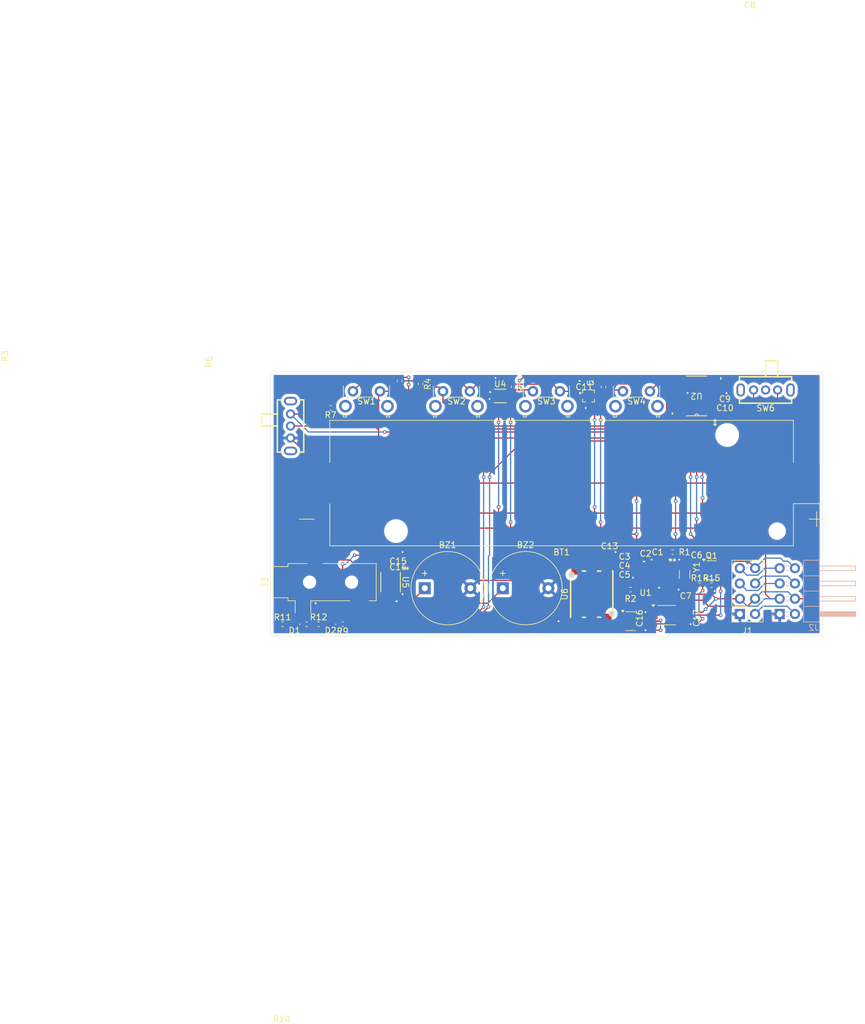
<source format=kicad_pcb>
(kicad_pcb (version 20240108) (generator "pcbnew") (generator_version "8.0")
  (layers (0 "F.Cu" signal) (31 "B.Cu" signal) (34 "B.Paste" user) (35 "F.Paste" user) (36 "B.SilkS" user "B.Silkscreen") (37 "F.SilkS" user "F.Silkscreen") (38 "B.Mask" user) (39 "F.Mask" user) (44 "Edge.Cuts" user))
  (net 0 "")
  (net 1 "+3V3")
  (net 2 "Net-(U1-BOOTN)")
  (net 3 "Net-(U1-CAP)")
  (net 4 "Net-(U1-XIN32)")
  (net 5 "GND")
  (net 6 "Net-(D1-K)")
  (net 7 "Net-(D1-A)")
  (net 8 "Net-(D2-A)")
  (net 9 "Net-(D2-K)")
  (net 10 "Net-(U1-S_SCL)")
  (net 11 "Net-(U2-P3)")
  (net 12 "Net-(U2-P4)")
  (net 13 "Net-(U2-P5)")
  (net 15 "Net-(Q1-E)")
  (net 16 "/Motion Sensor/INT")
  (net 20 "/Motion Sensor/RST")
  (net 27 "/DigitalMuxer/P2")
  (net 28 "/Temperature and Humidity/INT")
  (net 30 "SCL")
  (net 31 "SDA")
  (net 32 "Net-(J1-Pin_6)")
  (net 33 "UART_TX")
  (net 34 "UART_RX")
  (net 35 "Net-(J1-Pin_5)")
  (net 36 "Net-(U1-XOUT32{slash}CLKSEL1)")
  (net 37 "Net-(U6-VOUT+)")
  (net 38 "Net-(U6-VOUT-)")
  (net 39 "/Light Sensor/INT")
  (net 40 "Net-(BZ1-+)")
  (net 41 "Net-(BZ2-+)")
  (net 42 "Net-(U5-VOUTB)")
  (net 43 "Net-(U7-AIN3)")
  (net 44 "Net-(U5-VOUTA)")
  (net 46 "Net-(BT1-+)")
  (net 47 "/DigitalMuxer/~{INT}")
  (net 48 "/DAC and Sound/RDY{slash}~{BSY}")
  (net 49 "/Pressure and ADC/ALERT{slash}RDY")
  (net 52 "Net-(U7-AIN1)")
  (net 53 "/Pressure and ADC/~{SHDN}")
  (net 55 "Net-(U2-P2)")
  (net 56 "Net-(U2-P1)")
  (footprint "Battery:BatteryHolder_Keystone_1042_1x18650" (layer "F.Cu") (at 142.5 63.5 180)
    (property "Reference" "BT1")
    (property "Value" "3.3V")
  )
  (footprint "Resistor_SMD:R_01005_0402Metric" (layer "F.Cu") (at 154.75 78.75 180)
    (property "Reference" "C5")
    (property "Value" "1uF")
  )
  (footprint "Crystal:Crystal_SMD_3215-2Pin_3.2x1.5mm" (layer "F.Cu") (at 163 78.75 90)
    (property "Reference" "Y1")
    (property "Value" "Crystal_32.768kHz")
  )
  (footprint "Package_TO_SOT_SMD:SOT-23-3" (layer "F.Cu") (at 167.5 78)
    (property "Reference" "Q1")
    (property "Value" "Q_NPN_BEC")
  )
  (footprint "Resistor_SMD:R_0402_1005Metric" (layer "F.Cu") (at 165.5 80.5)
    (property "Reference" "R14")
    (property "Value" "R")
  )
  (footprint "Peanut:LTR-308ALS-01_LTO" (layer "F.Cu") (at 132.2747 49)
    (property "Reference" "U4")
    (property "Value" "LTR-303ALS-01")
  )
  (footprint "Resistor_SMD:R_01005_0402Metric" (layer "F.Cu") (at 156.5 76.25)
    (property "Reference" "C2")
    (property "Value" "100nF")
  )
  (footprint "Resistor_SMD:R_0402_1005Metric" (layer "F.Cu") (at 161 75)
    (property "Reference" "R1")
    (property "Value" "10k")
  )
  (footprint "Resistor_SMD:R_01005_0402Metric" (layer "F.Cu") (at 154.75 77.25 180)
    (property "Reference" "C4")
    (property "Value" "1uF")
  )
  (footprint "Resistor_SMD:R_01005_0402Metric" (layer "F.Cu") (at 169.725 52)
    (property "Reference" "C10")
    (property "Value" "1uF")
  )
  (footprint "Peanut:SW-TH_SK12D07VG4" (layer "F.Cu") (at 176.5 48 180)
    (property "Reference" "SW6")
    (property "Value" "Slide Switch")
  )
  (footprint "Resistor_SMD:R_01005_0402Metric" (layer "F.Cu") (at 146.275 46.5 180)
    (property "Reference" "C11")
    (property "Value" "1uF")
  )
  (footprint "Peanut:PW20" (layer "F.Cu") (at 165 49 180)
    (property "Reference" "U2")
    (property "Value" "PCF8574APWR")
  )
  (footprint "Resistor_SMD:R_01005_0402Metric" (layer "F.Cu") (at 154.75 75.75 180)
    (property "Reference" "C3")
    (property "Value" "1uF")
  )
  (footprint "Peanut:LGA28_5.2X3.8_CEV" (layer "F.Cu") (at 158.5 78.75 -90)
    (property "Reference" "U1")
    (property "Value" "BNO085")
  )
  (footprint "Resistor_SMD:R_01005_0402Metric" (layer "F.Cu") (at 159.5 76.25)
    (property "Reference" "C1")
    (property "Value" "1uF")
  )
  (footprint "Peanut:HDC2010YPAR" (layer "F.Cu") (at 147 49)
    (property "Reference" "U3")
    (property "Value" "HDC2010YPAR")
  )
  (footprint "Buzzer_Beeper:Buzzer_12x9.5RM7.6" (layer "F.Cu") (at 132.7 81)
    (property "Reference" "BZ2")
    (property "Value" "Buzzer")
  )
  (footprint "Capacitor_SMD:C_0201_0603Metric" (layer "F.Cu") (at 163.155 76.25 180)
    (property "Reference" "C6")
    (property "Value" "22pF")
  )
  (footprint "Button_Switch_THT:SW_Tactile_SPST_Angled_PTS645Vx58-2LFS" (layer "F.Cu") (at 107.725 48.2125)
    (property "Reference" "SW1")
    (property "Value" "Push_Button")
  )
  (footprint "Resistor_SMD:R_0402_1005Metric" (layer "F.Cu") (at 96 87)
    (property "Reference" "R11")
    (property "Value" "2.2k")
  )
  (footprint "Resistor_SMD:R_01005_0402Metric" (layer "F.Cu") (at 150.5 75)
    (property "Reference" "C13")
    (property "Value" "1uF")
  )
  (footprint "Resistor_SMD:R_01005_0402Metric" (layer "F.Cu") (at 115.25 76.5 180)
    (property "Reference" "C14")
    (property "Value" "0.1uF")
  )
  (footprint "Package_TO_SOT_SMD:TSOT-23-8" (layer "F.Cu") (at 154 86.5)
    (property "Reference" "U8" (hide yes))
    (property "Value" "INA350ABSIDDFR")
  )
  (footprint "Connector_Audio:Jack_3.5mm_CUI_SJ-3523-SMT_Horizontal" (layer "F.Cu") (at 103 80 90)
    (property "Reference" "J3")
    (property "Value" "AudioPlug3")
  )
  (footprint "Resistor_SMD:R_01005_0402Metric" (layer "F.Cu") (at 115.25 75.5 180)
    (property "Reference" "C15")
    (property "Value" "0.1uF")
  )
  (footprint "Connector_PinSocket_2.54mm:PinSocket_2x04_P2.54mm_Vertical" (layer "F.Cu") (at 172.21 85.3 180)
    (property "Reference" "J1")
    (property "Value" "Conn_02x04_Odd_Even")
  )
  (footprint "Peanut:SW-TH_SK12D07VG4" (layer "F.Cu") (at 97.325 54 -90)
    (property "Reference" "SW5" (hide yes))
    (property "Value" "Slide Switch")
  )
  (footprint "Resistor_SMD:R_0402_1005Metric" (layer "F.Cu") (at 149.5 47.5 90)
    (property "Reference" "R6")
    (property "Value" "100k")
  )
  (footprint "Button_Switch_THT:SW_Tactile_SPST_Angled_PTS645Vx58-2LFS" (layer "F.Cu") (at 122.725 48.2125)
    (property "Reference" "SW2")
    (property "Value" "Push_Button")
  )
  (footprint "LED_SMD:LED_0201_0603Metric" (layer "F.Cu") (at 98 87 180)
    (property "Reference" "D1")
    (property "Value" "RED")
  )
  (footprint "Button_Switch_THT:SW_Tactile_SPST_Angled_PTS645Vx58-2LFS" (layer "F.Cu") (at 152.725 48.2125)
    (property "Reference" "SW4")
    (property "Value" "Push_Button")
  )
  (footprint "Peanut:MSOP10_MC_MCH" (layer "F.Cu") (at 114 80 -90)
    (property "Reference" "U5")
    (property "Value" "MCP4728T-E/UN")
  )
  (footprint "Resistor_SMD:R_0402_1005Metric" (layer "F.Cu") (at 104 51 180)
    (property "Reference" "R7")
    (property "Value" "100k")
  )
  (footprint "Resistor_SMD:R_01005_0402Metric" (layer "F.Cu") (at 131.5 47 90)
    (property "Reference" "C12" (hide yes))
    (property "Value" "1uf")
  )
  (footprint "Resistor_SMD:R_0402_1005Metric" (layer "F.Cu") (at 134.5 47.5 -90)
    (property "Reference" "R5")
    (property "Value" "100k")
  )
  (footprint "Resistor_SMD:R_0402_1005Metric" (layer "F.Cu") (at 167.5 80.5)
    (property "Reference" "R15")
    (property "Value" "R")
  )
  (footprint "Resistor_SMD:R_0402_1005Metric" (layer "F.Cu") (at 100 87 180)
    (property "Reference" "R10")
    (property "Value" "100k")
  )
  (footprint "Resistor_SMD:R_0402_1005Metric" (layer "F.Cu") (at 115.5 46.5 90)
    (property "Reference" "R3")
    (property "Value" "100k")
  )
  (footprint "Resistor_SMD:R_01005_0402Metric" (layer "F.Cu") (at 169.725 49.5)
    (property "Reference" "C8")
    (property "Value" "1uF")
  )
  (footprint "Resistor_SMD:R_0402_1005Metric" (layer "F.Cu") (at 119 47 -90)
    (property "Reference" "R4")
    (property "Value" "100k")
  )
  (footprint "Resistor_SMD:R_01005_0402Metric" (layer "F.Cu") (at 169.725 50.5)
    (property "Reference" "C9")
    (property "Value" "1uF")
  )
  (footprint "Package_SO:VSSOP-10_3x3mm_P0.5mm" (layer "F.Cu") (at 160 85.5)
    (property "Reference" "U7" (hide yes))
    (property "Value" "ADS1015IDGSR")
  )
  (footprint "Buzzer_Beeper:Buzzer_12x9.5RM7.6" (layer "F.Cu") (at 119.7 81)
    (property "Reference" "BZ1")
    (property "Value" "Buzzer")
  )
  (footprint "Resistor_SMD:R_0402_1005Metric" (layer "F.Cu") (at 106 87 180)
    (property "Reference" "R9")
    (property "Value" "100k")
  )
  (footprint "Capacitor_SMD:C_0201_0603Metric" (layer "F.Cu") (at 163.18 81.25 180)
    (property "Reference" "C7")
    (property "Value" "22pF")
  )
  (footprint "Resistor_SMD:R_0402_1005Metric" (layer "F.Cu") (at 153.99 81.25)
    (property "Reference" "R2")
    (property "Value" "2.2k")
  )
  (footprint "LED_SMD:LED_0201_0603Metric" (layer "F.Cu") (at 104 87 180)
    (property "Reference" "D2")
    (property "Value" "GRN")
  )
  (footprint "Resistor_SMD:R_0402_1005Metric" (layer "F.Cu") (at 102 87)
    (property "Reference" "R12")
    (property "Value" "2.2k")
  )
  (footprint "Button_Switch_THT:SW_Tactile_SPST_Angled_PTS645Vx58-2LFS" (layer "F.Cu") (at 137.725 48.2125)
    (property "Reference" "SW3")
    (property "Value" "Push_Button")
  )
  (footprint "Peanut:SOP-4_L7.0-W7.0-P2.54-LS10.3-TL-CW_LWP040-PSGLC-S" (layer "F.Cu") (at 147.5 82 90)
    (property "Reference" "U6")
    (property "Value" "LWP040-PSGLC-S")
    (fp_poly (pts (xy 3.75 -3.34) (xy 3.729746 -3.480866) (xy 3.670627 -3.61032) (xy 3.57743 -3.717875) (xy 3.457708 -3.794816) (xy 3.321157 -3.834911) (xy 3.178843 -3.834911) (xy 3.042292 -3.794816) (xy 2.92257 -3.717875) (xy 2.829373 -3.61032) (xy 2.770254 -3.480866) (xy 2.75 -3.34) (xy 2.770254 -3.199134) (xy 2.829373 -3.06968) (xy 2.92257 -2.962125) (xy 3.042292 -2.885184) (xy 3.178843 -2.845089) (xy 3.321157 -2.845089) (xy 3.457708 -2.885184) (xy 3.57743 -2.962125) (xy 3.670627 -3.06968) (xy 3.729746 -3.199134)) (fill solid) (layer "Edge.Cuts"))
    (fp_poly (pts (xy -2.75 3.34) (xy -2.770254 3.199134) (xy -2.829373 3.06968) (xy -2.92257 2.962125) (xy -3.042292 2.885184) (xy -3.178843 2.845089) (xy -3.321157 2.845089) (xy -3.457708 2.885184) (xy -3.57743 2.962125) (xy -3.670627 3.06968) (xy -3.729746 3.199134) (xy -3.75 3.34) (xy -3.729746 3.480866) (xy -3.670627 3.61032) (xy -3.57743 3.717875) (xy -3.457708 3.794816) (xy -3.321157 3.834911) (xy -3.178843 3.834911) (xy -3.042292 3.794816) (xy -2.92257 3.717875) (xy -2.829373 3.61032) (xy -2.770254 3.480866)) (fill solid) (layer "Edge.Cuts"))
  )
  (footprint "Resistor_SMD:R_01005_0402Metric" (layer "F.Cu") (at 156.5 86 90)
    (property "Reference" "C16")
    (property "Value" "0.1uF")
  )
  (footprint "Resistor_SMD:R_01005_0402Metric" (layer "F.Cu") (at 164 86 -90)
    (property "Reference" "C17")
    (property "Value" "0.1uF")
  )
  (footprint "Peanut:PinHeader_2x04_P2.54mm_Horizontal_Flipped" (layer "B.Cu") (at 178.85 85.3)
    (property "Reference" "J2")
    (property "Value" "Conn_02x04_Odd_Even")
  )
  (gr_rect (start 94 45) (end 186 89) (stroke (width 0.05)) (fill none) (layer "Edge.Cuts"))
  (segment (start 112 56) (end 112 53) (width 0.2) (layer "F.Cu") (net 1))
  (segment (start 153.01759 72) (end 155 72) (width 0.2) (layer "F.Cu") (net 1))
  (segment (start 117.5 63.5) (end 116 63.5) (width 0.2) (layer "F.Cu") (net 1))
  (segment (start 99.89 86.38) (end 100.51 87) (width 0.2) (layer "F.Cu") (net 1))
  (segment (start 174.5 51.02125) (end 173 52.52125) (width 0.2) (layer "F.Cu") (net 1))
  (segment (start 155 79.25) (end 155.5 79.25) (width 0.2) (layer "F.Cu") (net 1))
  (segment (start 169.475 49.5) (end 169.300001 49.325001) (width 0.2) (layer "F.Cu") (net 1))
  (segment (start 156.5 86.25) (end 156.5 86.48241) (width 0.2) (layer "F.Cu") (net 1))
  (segment (start 173.47875 52.52125) (end 176.5 55.5425) (width 0.2) (layer "F.Cu") (net 1))
  (segment (start 146.5 46.5) (end 147.925 46.5) (width 0.2) (layer "F.Cu") (net 1))
  (segment (start 150.04 77.4) (end 150.04 75.21) (width 0.2) (layer "F.Cu") (net 1))
  (segment (start 147.925 46.5) (end 149.435 48.01) (width 0.2) (layer "F.Cu") (net 1))
  (segment (start 155 65.25) (end 155 66.5) (width 0.2) (layer "F.Cu") (net 1))
  (segment (start 123 63.5) (end 117.5 63.5) (width 0.2) (layer "F.Cu") (net 1))
  (segment (start 155 72) (end 155 75.75) (width 0.2) (layer "F.Cu") (net 1))
  (segment (start 156.5 86.48241) (end 156.96759 86.95) (width 0.2) (layer "F.Cu") (net 1))
  (segment (start 163.5 63.5) (end 162 63.5) (width 0.2) (layer "F.Cu") (net 1))
  (segment (start 155.5 77.912499) (end 156.249999 77.1625) (width 0.2) (layer "F.Cu") (net 1))
  (segment (start 163.75 85.5) (end 163.5 85.5) (width 0.2) (layer "F.Cu") (net 1))
  (segment (start 169.475 52.23241) (end 169.475 52) (width 0.2) (layer "F.Cu") (net 1))
  (segment (start 161.5 77.349499) (end 160.8495 77.999999) (width 0.2) (layer "F.Cu") (net 1))
  (segment (start 159.75 77.630801) (end 160.119198 77.999999) (width 0.2) (layer "F.Cu") (net 1))
  (segment (start 158 63.5) (end 153 63.5) (width 0.2) (layer "F.Cu") (net 1))
  (segment (start 169.300001 49.325001) (end 167.8194 49.325001) (width 0.2) (layer "F.Cu") (net 1))
  (segment (start 163 63.5) (end 163.5 63.5) (width 0.2) (layer "F.Cu") (net 1))
  (segment (start 161.51 72.01) (end 161.5 72) (width 0.2) (layer "F.Cu") (net 1))
  (segment (start 159.75 77.1625) (end 159.75 77.630801) (width 0.2) (layer "F.Cu") (net 1))
  (segment (start 155.2125 86.25) (end 156.5 86.25) (width 0.2) (layer "F.Cu") (net 1))
  (segment (start 102.11 86.38) (end 105.89 86.38) (width 0.2) (layer "F.Cu") (net 1))
  (segment (start 162 63.5) (end 160.5 63.5) (width 0.2) (layer "F.Cu") (net 1))
  (segment (start 145.2875 48.2125) (end 145.575 48.5) (width 0.2) (layer "F.Cu") (net 1))
  (segment (start 161.5 66.5) (end 161.5 65) (width 0.2) (layer "F.Cu") (net 1))
  (segment (start 114.2975 48.2125) (end 115.5 47.01) (width 0.2) (layer "F.Cu") (net 1))
  (segment (start 141.05 47.0375) (end 142.225 48.2125) (width 0.2) (layer "F.Cu") (net 1))
  (segment (start 167.5 63.5) (end 163.5 63.5) (width 0.2) (layer "F.Cu") (net 1))
  (segment (start 164 85.75) (end 163.75 85.5) (width 0.2) (layer "F.Cu") (net 1))
  (segment (start 174.75 77.68) (end 173.6 76.53) (width 0.2) (layer "F.Cu") (net 1))
  (segment (start 100.51 87) (end 101.49 87) (width 0.2) (layer "F.Cu") (net 1))
  (segment (start 150.25 74.76759) (end 153.01759 72) (width 0.2) (layer "F.Cu") (net 1))
  (segment (start 169 78.3625) (end 168.6375 78) (width 0.2) (layer "F.Cu") (net 1))
  (segment (start 125.5025 46.49) (end 127.225 48.2125) (width 0.2) (layer "F.Cu") (net 1))
  (segment (start 150.25 75) (end 150.25 74.76759) (width 0.2) (layer "F.Cu") (net 1))
  (segment (start 103.2 54) (end 104.5 52.7) (width 0.2) (layer "F.Cu") (net 1))
  (segment (start 119 46.49) (end 116.02 46.49) (width 0.2) (layer "F.Cu") (net 1))
  (segment (start 160.119198 77.999999) (end 160.786 77.999999) (width 0.2) (layer "F.Cu") (net 1))
  (segment (start 128.1875 47.25) (end 127.225 48.2125) (width 0.2) (layer "F.Cu") (net 1))
  (segment (start 156.75 63.5) (end 155 65.25) (width 0.2) (layer "F.Cu") (net 1))
  (segment (start 164.5 85.5) (end 163.5 85.5) (width 0.2) (layer "F.Cu") (net 1))
  (segment (start 152.9375 48) (end 152.725 48.2125) (width 0.2) (layer "F.Cu") (net 1))
  (segment (start 106.51 87) (end 106 86.49) (width 0.2) (layer "F.Cu") (net 1))
  (segment (start 112.225 48.2125) (end 114.2975 48.2125) (width 0.2) (layer "F.Cu") (net 1))
  (segment (start 105.89 86.38) (end 106.51 87) (width 0.2) (layer "F.Cu") (net 1))
  (segment (start 117.5 72.5) (end 117.5 66) (width 0.2) (layer "F.Cu") (net 1))
  (segment (start 112.225 48.2125) (end 112 48.4375) (width 0.2) (layer "F.Cu") (net 1))
  (segment (start 112 59.5) (end 112 56) (width 0.2) (layer "F.Cu") (net 1))
  (segment (start 161.5 75.01) (end 161.5 77.349499) (width 0.2) (layer "F.Cu") (net 1))
  (segment (start 156.623096 82) (end 160.123096 85.5) (width 0.2) (layer "F.Cu") (net 1))
  (segment (start 145.2875 48.2125) (end 142.225 48.2125) (width 0.2) (layer "F.Cu") (net 1))
  (segment (start 112 48.4375) (end 112 53) (width 0.2) (layer "F.Cu") (net 1))
  (segment (start 159.99259 86.95) (end 161.44259 85.5) (width 0.2) (layer "F.Cu") (net 1))
  (segment (start 132.7875 47.25) (end 131.5 47.25) (width 0.2) (layer "F.Cu") (net 1))
  (segment (start 155.48 79.25) (end 155.5 79.25) (width 0.2) (layer "F.Cu") (net 1))
  (segment (start 96.11 86.38) (end 99.89 86.38) (width 0.2) (layer "F.Cu") (net 1))
  (segment (start 169.475 52) (end 169.475 49.5) (width 0.2) (layer "F.Cu") (net 1))
  (segment (start 106 86.49) (end 106 77) (width 0.2) (layer "F.Cu") (net 1))
  (segment (start 164 85.75) (end 164.25 85.5) (width 0.2) (layer "F.Cu") (net 1))
  (segment (start 176.5 63.5) (end 167.5 63.5) (width 0.2) (layer "F.Cu") (net 1))
  (segment (start 161.44259 85.5) (end 162.2 85.5) (width 0.2) (layer "F.Cu") (net 1))
  (segment (start 104.5 51.01) (end 104.5 52.7) (width 0.2) (layer "F.Cu") (net 1))
  (segment (start 115.000001 77.9553) (end 115.000001 74.999999) (width 0.2) (layer "F.Cu") (net 1))
  (segment (start 160.5 63.5) (end 158 63.5) (width 0.2) (layer "F.Cu") (net 1))
  (segment (start 116 63.5) (end 112 59.5) (width 0.2) (layer "F.Cu") (net 1))
  (segment (start 155.5 79.25) (end 155.5 77.912499) (width 0.2) (layer "F.Cu") (net 1))
  (segment (start 108 75.5) (end 115 75.5) (width 0.2) (layer "F.Cu") (net 1))
  (segment (start 131.5 47.25) (end 131.5 48.350001) (width 0.2) (layer "F.Cu") (net 1))
  (segment (start 149.435 48.01) (end 149.5 48.01) (width 0.2) (layer "F.Cu") (net 1))
  (segment (start 150 63.5) (end 123 63.5) (width 0.2) (layer "F.Cu") (net 1))
  (segment (start 153 63.5) (end 152 63.5) (width 0.2) (layer "F.Cu") (net 1))
  (segment (start 164.5 85.5) (end 169 85.5) (width 0.2) (layer "F.Cu") (net 1))
  (segment (start 163.5 85.5) (end 162.2 85.5) (width 0.2) (layer "F.Cu") (net 1))
  (segment (start 158 63.5) (end 156.75 63.5) (width 0.2) (layer "F.Cu") (net 1))
  (segment (start 173.47875 52.52125) (end 173 52.52125) (width 0.2) (layer "F.Cu") (net 1))
  (segment (start 160.123096 85.5) (end 162.2 85.5) (width 0.2) (layer "F.Cu") (net 1))
  (segment (start 152.5225 48.01) (end 152.725 48.2125) (width 0.2) (layer "F.Cu") (net 1))
  (segment (start 141.05 47.0375) (end 133 47.0375) (width 0.2) (layer "F.Cu") (net 1))
  (segment (start 119 46.49) (end 125.5025 46.49) (width 0.2) (layer "F.Cu") (net 1))
  (segment (start 117.5 66) (end 120 63.5) (width 0.2) (layer "F.Cu") (net 1))
  (segment (start 173 52.52125) (end 169.76384 52.52125) (width 0.2) (layer "F.Cu") (net 1))
  (segment (start 164.25 85.5) (end 164.5 85.5) (width 0.2) (layer "F.Cu") (net 1))
  (segment (start 146.5 48.5) (end 146.5 46.5) (width 0.2) (layer "F.Cu") (net 1))
  (segment (start 152 63.5) (end 150 63.5) (width 0.2) (layer "F.Cu") (net 1))
  (segment (start 161.5 65) (end 163 63.5) (width 0.2) (layer "F.Cu") (net 1))
  (segment (start 115.000001 74.999999) (end 117.5 72.5) (width 0.2) (layer "F.Cu") (net 1))
  (segment (start 154.311076 82) (end 156.623096 82) (width 0.2) (layer "F.Cu") (net 1))
  (segment (start 173.6 76.53) (end 170.1075 76.53) (width 0.2) (layer "F.Cu") (net 1))
  (segment (start 161.51 75) (end 161.51 72.01) (width 0.2) (layer "F.Cu") (net 1))
  (segment (start 112 54.7) (end 112 56) (width 0.2) (layer "F.Cu") (net 1))
  (segment (start 133 47.0375) (end 132.7875 47.25) (width 0.2) (layer "F.Cu") (net 1))
  (segment (start 145.575 48.5) (end 146.5 48.5) (width 0.2) (layer "F.Cu") (net 1))
  (segment (start 95.49 87) (end 96.11 86.38) (width 0.2) (layer "F.Cu") (net 1))
  (segment (start 156.96759 86.95) (end 159.99259 86.95) (width 0.2) (layer "F.Cu") (net 1))
  (segment (start 170.1075 76.53) (end 168.6375 78) (width 0.2) (layer "F.Cu") (net 1))
  (segment (start 110.5 53.2) (end 112 54.7) (width 0.2) (layer "F.Cu") (net 1))
  (segment (start 160.8495 77.999999) (end 160.786 77.999999) (width 0.2) (layer "F.Cu") (net 1))
  (segment (start 149.5 48.01) (end 152.5225 48.01) (width 0.2) (layer "F.Cu") (net 1))
  (segment (start 153.48 81.25) (end 153.561076 81.25) (width 0.2) (layer "F.Cu") (net 1))
  (segment (start 153.48 81.25) (end 155.48 79.25) (width 0.2) (layer "F.Cu") (net 1))
  (segment (start 176.5 55.5425) (end 176.5 63.5) (width 0.2) (layer "F.Cu") (net 1))
  (segment (start 155.1375 86.175) (end 155.2125 86.25) (width 0.2) (layer "F.Cu") (net 1))
  (segment (start 131.5 47.25) (end 128.1875 47.25) (width 0.2) (layer "F.Cu") (net 1))
  (segment (start 116.02 46.49) (end 115.5 47.01) (width 0.2) (layer "F.Cu") (net 1))
  (segment (start 105 53.2) (end 110.5 53.2) (width 0.2) (layer "F.Cu") (net 1))
  (segment (start 155 78.75) (end 155 79.25) (width 0.2) (layer "F.Cu") (net 1))
  (segment (start 174.5 48) (end 174.5 51.02125) (width 0.2) (layer "F.Cu") (net 1))
  (segment (start 101.49 87) (end 102.11 86.38) (width 0.2) (layer "F.Cu") (net 1))
  (segment (start 169 81.5) (end 169 78.3625) (width 0.2) (layer "F.Cu") (net 1))
  (segment (start 104.5 52.7) (end 105 53.2) (width 0.2) (layer "F.Cu") (net 1))
  (segment (start 161.51 75) (end 161.5 75.01) (width 0.2) (layer "F.Cu") (net 1))
  (segment (start 169.76384 52.52125) (end 169.475 52.23241) (width 0.2) (layer "F.Cu") (net 1))
  (segment (start 155 75.75) (end 155 78.75) (width 0.2) (layer "F.Cu") (net 1))
  (segment (start 97.325 54) (end 103.2 54) (width 0.2) (layer "F.Cu") (net 1))
  (segment (start 150.04 75.21) (end 150.25 75) (width 0.2) (layer "F.Cu") (net 1))
  (segment (start 153.561076 81.25) (end 154.311076 82) (width 0.2) (layer "F.Cu") (net 1))
  (segment (start 120 63.5) (end 123 63.5) (width 0.2) (layer "F.Cu") (net 1))
  (via (at 161.5 66.5) (size 0.6) (drill 0.3) (layers "F.Cu" "B.Cu") (net 1))
  (via (at 155 72) (size 0.6) (drill 0.3) (layers "F.Cu" "B.Cu") (net 1))
  (via (at 155 66.5) (size 0.6) (drill 0.3) (layers "F.Cu" "B.Cu") (net 1))
  (via (at 169 81.5) (size 0.6) (drill 0.3) (layers "F.Cu" "B.Cu") (net 1))
  (via (at 161.5 72) (size 0.6) (drill 0.3) (layers "F.Cu" "B.Cu") (net 1))
  (via (at 169 85.5) (size 0.6) (drill 0.3) (layers "F.Cu" "B.Cu") (net 1))
  (via (at 108 75.5) (size 0.6) (drill 0.3) (layers "F.Cu" "B.Cu") (net 1))
  (via (at 106 77) (size 0.6) (drill 0.3) (layers "F.Cu" "B.Cu") (net 1))
  (segment (start 106.5 77) (end 108 75.5) (width 0.2) (layer "B.Cu") (net 1))
  (segment (start 176.43 76) (end 179 76) (width 0.2) (layer "B.Cu") (net 1))
  (segment (start 106 77) (end 106.5 77) (width 0.2) (layer "B.Cu") (net 1))
  (segment (start 155 66.5) (end 155 72) (width 0.2) (layer "B.Cu") (net 1))
  (segment (start 179 76) (end 179.5 76.5) (width 0.2) (layer "B.Cu") (net 1))
  (segment (start 180.21 76.5) (end 181.39 77.68) (width 0.2) (layer "B.Cu") (net 1))
  (segment (start 179.5 76.5) (end 180.21 76.5) (width 0.2) (layer "B.Cu") (net 1))
  (segment (start 161.5 72) (end 161.5 66.5) (width 0.2) (layer "B.Cu") (net 1))
  (segment (start 169 85.5) (end 169 81.5) (width 0.2) (layer "B.Cu") (net 1))
  (segment (start 174.75 77.68) (end 176.43 76) (width 0.2) (layer "B.Cu") (net 1))
  (segment (start 159.25 76.25) (end 159.25 77.162499) (width 0.2) (layer "F.Cu") (net 2))
  (segment (start 159.25 77.162499) (end 159.250001 77.1625) (width 0.2) (layer "F.Cu") (net 2))
  (segment (start 159.49 75) (end 159.25 75.24) (width 0.2) (layer "F.Cu") (net 2))
  (segment (start 159.25 75.24) (end 159.25 76.25) (width 0.2) (layer "F.Cu") (net 2))
  (segment (start 160.49 75) (end 159.49 75) (width 0.2) (layer "F.Cu") (net 2))
  (segment (start 156.75 77.162499) (end 156.750001 77.1625) (width 0.2) (layer "F.Cu") (net 3))
  (segment (start 156.75 76.25) (end 156.75 77.162499) (width 0.2) (layer "F.Cu") (net 3))
  (segment (start 163.475 77.025) (end 163 77.5) (width 0.2) (layer "F.Cu") (net 4))
  (segment (start 160.786 78.5) (end 162 78.5) (width 0.2) (layer "F.Cu") (net 4))
  (segment (start 162 78.5) (end 163 77.5) (width 0.2) (layer "F.Cu") (net 4))
  (segment (start 163.475 76.25) (end 163.475 77.025) (width 0.2) (layer "F.Cu") (net 4))
  (segment (start 158.25 78.869199) (end 158.880802 79.500001) (width 0.2) (layer "F.Cu") (net 5))
  (segment (start 145.254911 86.305089) (end 144.96 86.6) (width 0.2) (layer "F.Cu") (net 5))
  (segment (start 159 84.94259) (end 158.55741 84.5) (width 0.2) (layer "F.Cu") (net 5))
  (segment (start 169.975 52) (end 169.975 48.525) (width 0.2) (layer "F.Cu") (net 5))
  (segment (start 144.96 77.4) (end 143.9 77.4) (width 0.2) (layer "F.Cu") (net 5))
  (segment (start 130.649999 49.649999) (end 130.5 49.5) (width 0.2) (layer "F.Cu") (net 5))
  (segment (start 154.5 75.75) (end 154.5 78.75) (width 0.2) (layer "F.Cu") (net 5))
  (segment (start 115.5 76.5) (end 115.5 75.5) (width 0.2) (layer "F.Cu") (net 5))
  (segment (start 115.000001 82.0447) (end 115.000001 81) (width 0.2) (layer "F.Cu") (net 5))
  (segment (start 167.8194 46.725001) (end 168.8576 46.725001) (width 0.2) (layer "F.Cu") (net 5))
  (segment (start 156.5 85.75) (end 156.75 85.5) (width 0.2) (layer "F.Cu") (net 5))
  (segment (start 156.5 85.75) (end 156.5 85) (width 0.2) (layer "F.Cu") (net 5))
  (segment (start 158 75.75) (end 158.25 76) (width 0.2) (layer "F.Cu") (net 5))
  (segment (start 167.8194 48.675002) (end 169.824998 48.675002) (width 0.2) (layer "F.Cu") (net 5))
  (segment (start 155.975 87.475) (end 156.5 88) (width 0.2) (layer "F.Cu") (net 5))
  (segment (start 154.5 79.158345) (end 154.400057 79.258288) (width 0.2) (layer "F.Cu") (net 5))
  (segment (start 158.25 76) (end 158.25 77.1625) (width 0.2) (layer "F.Cu") (net 5))
  (segment (start 158.880802 79.500001) (end 160.786 79.500001) (width 0.2) (layer "F.Cu") (net 5))
  (segment (start 115.000001 81) (end 114.000001 80) (width 0.2) (layer "F.Cu") (net 5))
  (segment (start 163.325001 48.674999) (end 163.5 48.5) (width 0.2) (layer "F.Cu") (net 5))
  (segment (start 162.86 81.25) (end 162 81.25) (width 0.2) (layer "F.Cu") (net 5))
  (segment (start 101.3 83.7) (end 101.5 83.5) (width 0.2) (layer "F.Cu") (net 5))
  (segment (start 155.1375 87.475) (end 155.975 87.475) (width 0.2) (layer "F.Cu") (net 5))
  (segment (start 144.96 77.4) (end 145.254911 77.694911) (width 0.2) (layer "F.Cu") (net 5))
  (segment (start 159.75 76.25) (end 160.5 76.25) (width 0.2) (layer "F.Cu") (net 5))
  (segment (start 131.5 49.649999) (end 130.649999 49.649999) (width 0.2) (layer "F.Cu") (net 5))
  (segment (start 146.025 46.5) (end 145.5 46.5) (width 0.2) (layer "F.Cu") (net 5))
  (segment (start 170 48.5) (end 169.975 48.525) (width 0.2) (layer "F.Cu") (net 5))
  (segment (start 168.01 81.49) (end 168 81.5) (width 0.2) (layer "F.Cu") (net 5))
  (segment (start 143.9 77.4) (end 140.3 81) (width 0.2) (layer "F.Cu") (net 5))
  (segment (start 146.5 49) (end 146.5 51) (width 0.2) (layer "F.Cu") (net 5))
  (segment (start 169.975 47.842401) (end 169.975 48.525) (width 0.2) (layer "F.Cu") (net 5))
  (segment (start 115.9553 82.0447) (end 116 82) (width 0.2) (layer "F.Cu") (net 5))
  (segment (start 159 85.05741) (end 159 84.94259) (width 0.2) (layer "F.Cu") (net 5))
  (segment (start 157.25 79.869199) (end 157.25 80.3375) (width 0.2) (layer "F.Cu") (net 5))
  (segment (start 168.01 80.5) (end 168.01 81.49) (width 0.2) (layer "F.Cu") (net 5))
  (segment (start 168.8576 46.725001) (end 169.975 47.842401) (width 0.2) (layer "F.Cu") (net 5))
  (segment (start 158.25 78.869199) (end 157.25 79.869199) (width 0.2) (layer "F.Cu") (net 5))
  (segment (start 140.3 81) (end 142 82.7) (width 0.2) (layer "F.Cu") (net 5))
  (segment (start 156.51759 75.75) (end 157.5 75.75) (width 0.2) (layer "F.Cu") (net 5))
  (segment (start 167.8194 48.675002) (end 167.8194 48.025001) (width 0.2) (layer "F.Cu") (net 5))
  (segment (start 115.5 75.5) (end 116 75) (width 0.2) (layer "F.Cu") (net 5))
  (segment (start 150.75 75) (end 151.5 75) (width 0.2) (layer "F.Cu") (net 5))
  (segment (start 157.5 75.75) (end 158 75.75) (width 0.2) (layer "F.Cu") (net 5))
  (segment (start 127.3 81) (end 128.6 79.7) (width 0.2) (layer "F.Cu") (net 5))
  (segment (start 157.8 85.5) (end 158.55741 85.5) (width 0.2) (layer "F.Cu") (net 5))
  (segment (start 159.75 76.25) (end 160.249999 76.749999) (width 0.2) (layer "F.Cu") (net 5))
  (segment (start 99.4 83.7) (end 101.3 83.7) (width 0.2) (layer "F.Cu") (net 5))
  (segment (start 142 82.7) (end 142 86.5) (width 0.2) (layer "F.Cu") (net 5))
  (segment (start 128.6 79.7) (end 139 79.7) (width 0.2) (layer "F.Cu") (net 5))
  (segment (start 113.500001 79.500001) (end 113.500001 77.9553) (width 0.2) (layer "F.Cu") (net 5))
  (segment (start 145.254911 77.694911) (end 145.254911 86.305089) (width 0.2) (layer "F.Cu") (net 5))
  (segment (start 157.5 75.75) (end 157.5 76.25) (width 0.2) (layer "F.Cu") (net 5))
  (segment (start 97.325 56) (end 103.17 61.845) (width 0.2) (layer "F.Cu") (net 5))
  (segment (start 131.5 46.75) (end 131.5 46) (width 0.2) (layer "F.Cu") (net 5))
  (segment (start 160.249999 76.749999) (end 160.249999 77.1625) (width 0.2) (layer "F.Cu") (net 5))
  (segment (start 162.1806 48.674999) (end 163.325001 48.674999) (width 0.2) (layer "F.Cu") (net 5))
  (segment (start 156.25 76.01759) (end 156.51759 75.75) (width 0.2) (layer "F.Cu") (net 5))
  (segment (start 169.824998 48.675002) (end 169.975 48.525) (width 0.2) (layer "F.Cu") (net 5))
  (segment (start 103.17 61.845) (end 103.17 63.5) (width 0.2) (layer "F.Cu") (net 5))
  (segment (start 156.25 76.25) (end 156.25 76.01759) (width 0.2) (layer "F.Cu") (net 5))
  (segment (start 154.5 78.75) (end 154.5 79.158345) (width 0.2) (layer "F.Cu") (net 5))
  (segment (start 158.25 77.1625) (end 158.75 77.1625) (width 0.2) (layer "F.Cu") (net 5))
  (segment (start 158.25 77.1625) (end 158.25 78.869199) (width 0.2) (layer "F.Cu") (net 5))
  (segment (start 152.8625 87.475) (end 155.1375 87.475) (width 0.2) (layer "F.Cu") (net 5))
  (segment (start 156.75 85.5) (end 157.8 85.5) (width 0.2) (layer "F.Cu") (net 5))
  (segment (start 115.000001 82.0447) (end 115.9553 82.0447) (width 0.2) (layer "F.Cu") (net 5))
  (segment (start 114 80) (end 113.500001 79.500001) (width 0.2) (layer "F.Cu") (net 5))
  (segment (start 158.55741 84.5) (end 157.8 84.5) (width 0.2) (layer "F.Cu") (net 5))
  (segment (start 164 86.25) (end 164 87) (width 0.2) (layer "F.Cu") (net 5))
  (segment (start 162.835 76.25) (end 162.1 76.25) (width 0.2) (layer "F.Cu") (net 5))
  (segment (start 158.55741 85.5) (end 159 85.05741) (width 0.2) (layer "F.Cu") (net 5))
  (segment (start 139 79.7) (end 140.3 81) (width 0.2) (layer "F.Cu") (net 5))
  (segment (start 114.000001 80) (end 114 80) (width 0.2) (layer "F.Cu") (net 5))
  (via (at 168 81.5) (size 0.6) (drill 0.3) (layers "F.Cu" "B.Cu") (net 5))
  (via (at 162 81.25) (size 0.6) (drill 0.3) (layers "F.Cu" "B.Cu") (net 5))
  (via (at 169.975 48.525) (size 0.6) (drill 0.3) (layers "F.Cu" "B.Cu") (net 5))
  (via (at 101.5 83.5) (size 0.6) (drill 0.3) (layers "F.Cu" "B.Cu") (net 5))
  (via (at 131.5 46) (size 0.6) (drill 0.3) (layers "F.Cu" "B.Cu") (net 5))
  (via (at 116 75) (size 0.6) (drill 0.3) (layers "F.Cu" "B.Cu") (net 5))
  (via (at 160.5 76.25) (size 0.6) (drill 0.3) (layers "F.Cu" "B.Cu") (net 5))
  (via (at 164 87) (size 0.6) (drill 0.3) (layers "F.Cu" "B.Cu") (net 5))
  (via (at 154.400057 79.258288) (size 0.6) (drill 0.3) (layers "F.Cu" "B.Cu") (net 5))
  (via (at 142 86.5) (size 0.6) (drill 0.3) (layers "F.Cu" "B.Cu") (net 5))
  (via (at 146.5 51) (size 0.6) (drill 0.3) (layers "F.Cu" "B.Cu") (net 5))
  (via (at 157.5 76.25) (size 0.6) (drill 0.3) (layers "F.Cu" "B.Cu") (net 5))
  (via (at 145.5 46.5) (size 0.6) (drill 0.3) (layers "F.Cu" "B.Cu") (net 5))
  (via (at 151.5 75) (size 0.6) (drill 0.3) (layers "F.Cu" "B.Cu") (net 5))
  (via (at 130.5 49.5) (size 0.6) (drill 0.3) (layers "F.Cu" "B.Cu") (net 5))
  (via (at 156.5 85) (size 0.6) (drill 0.3) (layers "F.Cu" "B.Cu") (net 5))
  (via (at 162.1 76.25) (size 0.6) (drill 0.3) (layers "F.Cu" "B.Cu") (net 5))
  (via (at 163.5 48.5) (size 0.6) (drill 0.3) (layers "F.Cu" "B.Cu") (net 5))
  (via (at 116 82) (size 0.6) (drill 0.3) (layers "F.Cu" "B.Cu") (net 5))
  (via (at 156.5 88) (size 0.6) (drill 0.3) (layers "F.Cu" "B.Cu") (net 5))
  (segment (start 106.5 88.02) (end 107.5 88.02) (width 0.2) (layer "F.Cu") (net 6))
  (segment (start 163.2188 51.274999) (end 163.5 51.556199) (width 0.2) (layer "F.Cu") (net 6))
  (segment (start 126.435229 88.02) (end 130.1 84.355229) (width 0.2) (layer "F.Cu") (net 6))
  (segment (start 163.5 51.556199) (end 163.5 53.5) (width 0.2) (layer "F.Cu") (net 6))
  (segment (start 130.1 84.308329) (end 130.313867 84.094462) (width 0.2) (layer "F.Cu") (net 6))
  (segment (start 100.51 88.02) (end 106.5 88.02) (width 0.2) (layer "F.Cu") (net 6))
  (segment (start 130.5 62) (end 136 56.5) (width 0.2) (layer "F.Cu") (net 6))
  (segment (start 130.1 84.355229) (end 130.1 84.308329) (width 0.2) (layer "F.Cu") (net 6))
  (segment (start 160.5 56.5) (end 163.5 53.5) (width 0.2) (layer "F.Cu") (net 6))
  (segment (start 107.5 88.02) (end 126.435229 88.02) (width 0.2) (layer "F.Cu") (net 6))
  (segment (start 162.1806 51.274999) (end 163.2188 51.274999) (width 0.2) (layer "F.Cu") (net 6))
  (segment (start 99.49 87) (end 100.51 88.02) (width 0.2) (layer "F.Cu") (net 6))
  (segment (start 136 56.5) (end 160.5 56.5) (width 0.2) (layer "F.Cu") (net 6))
  (segment (start 99.49 87) (end 98.32 87) (width 0.2) (layer "F.Cu") (net 6))
  (segment (start 130.5 62.5) (end 130.5 62) (width 0.2) (layer "F.Cu") (net 6))
  (via (at 130.313867 84.094462) (size 0.6) (drill 0.3) (layers "F.Cu" "B.Cu") (net 6))
  (via (at 130.5 62.5) (size 0.6) (drill 0.3) (layers "F.Cu" "B.Cu") (net 6))
  (segment (start 130.313867 84.094462) (end 130.313867 75.686133) (width 0.2) (layer "B.Cu") (net 6))
  (segment (start 130.5 75.5) (end 130.5 62.5) (width 0.2) (layer "B.Cu") (net 6))
  (segment (start 130.313867 75.686133) (end 130.5 75.5) (width 0.2) (layer "B.Cu") (net 6))
  (segment (start 97.68 87) (end 96.6 87) (width 0.2) (layer "F.Cu") (net 7))
  (segment (start 103.68 87) (end 102.51 87) (width 0.2) (layer "F.Cu") (net 8))
  (segment (start 162.1806 53.3194) (end 162.1806 51.924998) (width 0.2) (layer "F.Cu") (net 9))
  (segment (start 104.32 87) (end 105.49 87) (width 0.2) (layer "F.Cu") (net 9))
  (segment (start 105.49 87) (end 106.11 87.62) (width 0.2) (layer "F.Cu") (net 9))
  (segment (start 106.11 87.62) (end 107.38 87.62) (width 0.2) (layer "F.Cu") (net 9))
  (segment (start 159.5 56) (end 162.1806 53.3194) (width 0.2) (layer "F.Cu") (net 9))
  (segment (start 107.38 87.62) (end 107.5 87.5) (width 0.2) (layer "F.Cu") (net 9))
  (segment (start 129.5 62.5) (end 129.5 57.5) (width 0.2) (layer "F.Cu") (net 9))
  (segment (start 126.1067 87.5) (end 129.5 84.1067) (width 0.2) (layer "F.Cu") (net 9))
  (segment (start 107.5 87.5) (end 126.1067 87.5) (width 0.2) (layer "F.Cu") (net 9))
  (segment (start 131 56) (end 159.5 56) (width 0.2) (layer "F.Cu") (net 9))
  (segment (start 129.5 57.5) (end 131 56) (width 0.2) (layer "F.Cu") (net 9))
  (via (at 129.5 62.5) (size 0.6) (drill 0.3) (layers "F.Cu" "B.Cu") (net 9))
  (via (at 129.5 84.1067) (size 0.6) (drill 0.3) (layers "F.Cu" "B.Cu") (net 9))
  (segment (start 129.5 62.5) (end 129.5 84.1067) (width 0.2) (layer "B.Cu") (net 9))
  (segment (start 156.249999 80.3375) (end 156.750001 80.3375) (width 0.2) (layer "F.Cu") (net 10))
  (segment (start 155.9125 80.3375) (end 155 81.25) (width 0.2) (layer "F.Cu") (net 10))
  (segment (start 156.249999 80.3375) (end 155.9125 80.3375) (width 0.2) (layer "F.Cu") (net 10))
  (segment (start 155 81.25) (end 154.5 81.25) (width 0.2) (layer "F.Cu") (net 10))
  (segment (start 119 47.51) (end 122.0225 47.51) (width 0.2) (layer "F.Cu") (net 11))
  (segment (start 160 53.5) (end 159.5 54) (width 0.2) (layer "F.Cu") (net 11))
  (segment (start 122.725 50.043311) (end 122.725 48.2125) (width 0.2) (layer "F.Cu") (net 11))
  (segment (start 159.5 54) (end 126.681689 54) (width 0.2) (layer "F.Cu") (net 11))
  (segment (start 126.681689 54) (end 122.725 50.043311) (width 0.2) (layer "F.Cu") (net 11))
  (segment (start 162.1806 48.024998) (end 161.1424 48.024998) (width 0.2) (layer "F.Cu") (net 11))
  (segment (start 122.0225 47.51) (end 122.725 48.2125) (width 0.2) (layer "F.Cu") (net 11))
  (segment (start 160 49.167398) (end 160 53.5) (width 0.2) (layer "F.Cu") (net 11))
  (segment (start 161.1424 48.024998) (end 160 49.167398) (width 0.2) (layer "F.Cu") (net 11))
  (segment (start 117 45.89) (end 115.6 45.89) (width 0.2) (layer "F.Cu") (net 12))
  (segment (start 117 53.5) (end 117 47.09) (width 0.2) (layer "F.Cu") (net 12))
  (segment (start 162.1806 49.324998) (end 161.1424 49.324998) (width 0.2) (layer "F.Cu") (net 12))
  (segment (start 160.5 53.565686) (end 159.565686 54.5) (width 0.2) (layer "F.Cu") (net 12))
  (segment (start 159.565686 54.5) (end 118 54.5) (width 0.2) (layer "F.Cu") (net 12))
  (segment (start 115.5 45.99) (end 109.9475 45.99) (width 0.2) (layer "F.Cu") (net 12))
  (segment (start 109.9475 45.99) (end 107.725 48.2125) (width 0.2) (layer "F.Cu") (net 12))
  (segment (start 161.1424 49.324998) (end 160.5 49.967398) (width 0.2) (layer "F.Cu") (net 12))
  (segment (start 160.5 49.967398) (end 160.5 53.565686) (width 0.2) (layer "F.Cu") (net 12))
  (segment (start 115.6 45.89) (end 115.5 45.99) (width 0.2) (layer "F.Cu") (net 12))
  (segment (start 117 53.5) (end 118 54.5) (width 0.2) (layer "F.Cu") (net 12))
  (via (at 117 47.09) (size 0.6) (drill 0.3) (layers "F.Cu" "B.Cu") (net 12))
  (via (at 117 45.89) (size 0.6) (drill 0.3) (layers "F.Cu" "B.Cu") (net 12))
  (segment (start 117 47.09) (end 117 45.89) (width 0.2) (layer "B.Cu") (net 12))
  (segment (start 161 50.117399) (end 161 53.5) (width 0.2) (layer "F.Cu") (net 13))
  (segment (start 102.49 52) (end 103.49 51) (width 0.2) (layer "F.Cu") (net 13))
  (segment (start 161 53.631372) (end 159.631372 55) (width 0.2) (layer "F.Cu") (net 13))
  (segment (start 161.1424 49.974999) (end 161 50.117399) (width 0.2) (layer "F.Cu") (net 13))
  (segment (start 161 53.5) (end 161 53.631372) (width 0.2) (layer "F.Cu") (net 13))
  (segment (start 159.631372 55) (end 113 55) (width 0.2) (layer "F.Cu") (net 13))
  (segment (start 162.1806 49.974999) (end 161.1424 49.974999) (width 0.2) (layer "F.Cu") (net 13))
  (segment (start 97.325 52) (end 102.49 52) (width 0.2) (layer "F.Cu") (net 13))
  (via (at 113 55) (size 0.6) (drill 0.3) (layers "F.Cu" "B.Cu") (net 13))
  (segment (start 113 55) (end 100.325 55) (width 0.2) (layer "B.Cu") (net 13))
  (segment (start 100.325 55) (end 97.325 52) (width 0.2) (layer "B.Cu") (net 13))
  (segment (start 164.99 80.5) (end 164.99 80.3225) (width 0.2) (layer "F.Cu") (net 15))
  (segment (start 164.99 80.3225) (end 166.3625 78.95) (width 0.2) (layer "F.Cu") (net 15))
  (segment (start 164 72) (end 166.3625 74.3625) (width 0.2) (layer "F.Cu") (net 27))
  (segment (start 164 60) (end 164 48.856202) (width 0.2) (layer "F.Cu") (net 27))
  (segment (start 164 60) (end 164 62.5) (width 0.2) (layer "F.Cu") (net 27))
  (segment (start 166.7812 46.075002) (end 167.8194 46.075002) (width 0.2) (layer "F.Cu") (net 27))
  (segment (start 164 48.856202) (end 166.7812 46.075002) (width 0.2) (layer "F.Cu") (net 27))
  (segment (start 166.3625 74.3625) (end 166.3625 77.05) (width 0.2) (layer "F.Cu") (net 27))
  (via (at 164 72) (size 0.6) (drill 0.3) (layers "F.Cu" "B.Cu") (net 27))
  (via (at 164 62.5) (size 0.6) (drill 0.3) (layers "F.Cu" "B.Cu") (net 27))
  (segment (start 164 62.5) (end 164 72) (width 0.2) (layer "B.Cu") (net 27))
  (segment (start 163 84.5) (end 164.5 83) (width 0.2) (layer "F.Cu") (net 30))
  (segment (start 117 75) (end 119.5 72.5) (width 0.2) (layer "F.Cu") (net 30))
  (segment (start 162.2 84.5) (end 163 84.5) (width 0.2) (layer "F.Cu") (net 30))
  (segment (start 147.5 49) (end 147.683847 49) (width 0.2) (layer "F.Cu") (net 30))
  (segment (start 132 68.5) (end 148 68.5) (width 0.2) (layer "F.Cu") (net 30))
  (segment (start 166 52.056199) (end 166 54) (width 0.2) (layer "F.Cu") (net 30))
  (segment (start 119.5 72.5) (end 123.5 68.5) (width 0.2) (layer "F.Cu") (net 30))
  (segment (start 123.5 68.5) (end 132 68.5) (width 0.2) (layer "F.Cu") (net 30))
  (segment (start 173.51 84) (end 174.75 82.76) (width 0.2) (layer "F.Cu") (net 30))
  (segment (start 147.683847 49) (end 148 49.316153) (width 0.2) (layer "F.Cu") (net 30))
  (segment (start 158.25 82.25) (end 158.25 80.3375) (width 0.2) (layer "F.Cu") (net 30))
  (segment (start 164.5 83) (end 159 83) (width 0.2) (layer "F.Cu") (net 30))
  (segment (start 179 68.5) (end 166 68.5) (width 0.2) (layer "F.Cu") (net 30))
  (segment (start 184 82) (end 184 71.5) (width 0.2) (layer "F.Cu") (net 30))
  (segment (start 132 67.5) (end 132 68.5) (width 0.2) (layer "F.Cu") (net 30))
  (segment (start 132 50.699399) (end 132 51) (width 0.2) (layer "F.Cu") (net 30))
  (segment (start 167.8194 51.274999) (end 166.7812 51.274999) (width 0.2) (layer "F.Cu") (net 30))
  (segment (start 166 62.4) (end 165.9 62.5) (width 0.2) (layer "F.Cu") (net 30))
  (segment (start 117 77.482401) (end 117 75) (width 0.2) (layer "F.Cu") (net 30))
  (segment (start 170 84) (end 173.51 84) (width 0.2) (layer "F.Cu") (net 30))
  (segment (start 115.465101 79.0173) (end 117 77.482401) (width 0.2) (layer "F.Cu") (net 30))
  (segment (start 132 51) (end 132 53.4) (width 0.2) (layer "F.Cu") (net 30))
  (segment (start 159 83) (end 158.25 82.25) (width 0.2) (layer "F.Cu") (net 30))
  (segment (start 164.5 83) (end 166 83) (width 0.2) (layer "F.Cu") (net 30))
  (segment (start 114.499999 77.9553) (end 114.499999 78.982398) (width 0.2) (layer "F.Cu") (net 30))
  (segment (start 183.24 82.76) (end 184 82) (width 0.2) (layer "F.Cu") (net 30))
  (segment (start 184 71.5) (end 181 68.5) (width 0.2) (layer "F.Cu") (net 30))
  (segment (start 181 68.5) (end 179 68.5) (width 0.2) (layer "F.Cu") (net 30))
  (segment (start 114.499999 78.982398) (end 114.534901 79.0173) (width 0.2) (layer "F.Cu") (net 30))
  (segment (start 148 68.5) (end 166 68.5) (width 0.2) (layer "F.Cu") (net 30))
  (segment (start 133.0494 49.649999) (end 132 50.699399) (width 0.2) (layer "F.Cu") (net 30))
  (segment (start 166 54) (end 166 62.4) (width 0.2) (layer "F.Cu") (net 30))
  (segment (start 166.7812 51.274999) (end 166 52.056199) (width 0.2) (layer "F.Cu") (net 30))
  (segment (start 148 67.5) (end 148 68.5) (width 0.2) (layer "F.Cu") (net 30))
  (segment (start 119.5 72.5) (end 120 72) (width 0.2) (layer "F.Cu") (net 30))
  (segment (start 148 49.316153) (end 148 53) (width 0.2) (layer "F.Cu") (net 30))
  (segment (start 166 66) (end 166 68.5) (width 0.2) (layer "F.Cu") (net 30))
  (segment (start 181.39 82.76) (end 183.24 82.76) (width 0.2) (layer "F.Cu") (net 30))
  (segment (start 158.25 80.3375) (end 158.25 80.871485) (width 0.2) (layer "F.Cu") (net 30))
  (segment (start 167 84) (end 170 84) (width 0.2) (layer "F.Cu") (net 30))
  (segment (start 114.534901 79.0173) (end 115.465101 79.0173) (width 0.2) (layer "F.Cu") (net 30))
  (segment (start 166 83) (end 167 84) (width 0.2) (layer "F.Cu") (net 30))
  (via (at 132 67.5) (size 0.6) (drill 0.3) (layers "F.Cu" "B.Cu") (net 30))
  (via (at 148 53) (size 0.6) (drill 0.3) (layers "F.Cu" "B.Cu") (net 30))
  (via (at 165.9 62.5) (size 0.6) (drill 0.3) (layers "F.Cu" "B.Cu") (net 30))
  (via (at 132 53.4) (size 0.6) (drill 0.3) (layers "F.Cu" "B.Cu") (net 30))
  (via (at 166 66) (size 0.6) (drill 0.3) (layers "F.Cu" "B.Cu") (net 30))
  (via (at 148 67.5) (size 0.6) (drill 0.3) (layers "F.Cu" "B.Cu") (net 30))
  (segment (start 148 53) (end 148 67.5) (width 0.2) (layer "B.Cu") (net 30))
  (segment (start 175.9 81.61) (end 180.24 81.61) (width 0.2) (layer "B.Cu") (net 30))
  (segment (start 132 53.4) (end 132 67.5) (width 0.2) (layer "B.Cu") (net 30))
  (segment (start 174.75 82.76) (end 175.9 81.61) (width 0.2) (layer "B.Cu") (net 30))
  (segment (start 166 62.6) (end 166 66) (width 0.2) (layer "B.Cu") (net 30))
  (segment (start 165.9 62.5) (end 166 62.6) (width 0.2) (layer "B.Cu") (net 30))
  (segment (start 180.24 81.61) (end 181.39 82.76) (width 0.2) (layer "B.Cu") (net 30))
  (segment (start 165 51.756199) (end 165 54) (width 0.2) (layer "F.Cu") (net 31))
  (segment (start 133.4526 48.350001) (end 134 48.897401) (width 0.2) (layer "F.Cu") (net 31))
  (segment (start 166 85) (end 162.2 85) (width 0.2) (layer "F.Cu") (net 31))
  (segment (start 134 70) (end 134 71) (width 0.2) (layer "F.Cu") (net 31))
  (segment (start 147.749533 48.5) (end 149 49.750467) (width 0.2) (layer "F.Cu") (net 31))
  (segment (start 178.85 82.76) (end 177.26 82.76) (width 0.2) (layer "F.Cu") (net 31))
  (segment (start 159.25 82) (end 158.875 81.625) (width 0.2) (layer "F.Cu") (net 31))
  (segment (start 158.75 81.5) (end 158.875 81.625) (width 0.2) (layer "F.Cu") (net 31))
  (segment (start 149 71) (end 165 71) (width 0.2) (layer "F.Cu") (net 31))
  (segment (start 134 71) (end 149 71) (width 0.2) (layer "F.Cu") (net 31))
  (segment (start 168.26 82.76) (end 167.5 82) (width 0.2) (layer "F.Cu") (net 31))
  (segment (start 158.875 81.625) (end 159 81.75) (width 0.2) (layer "F.Cu") (net 31))
  (segment (start 114 77.9553) (end 114 79.048085) (width 0.2) (layer "F.Cu") (net 31))
  (segment (start 134 48.897401) (end 134 49) (width 0.2) (layer "F.Cu") (net 31))
  (segment (start 177.26 82.76) (end 176.5 82) (width 0.2) (layer "F.Cu") (net 31))
  (segment (start 160.5 82) (end 159.25 82) (width 0.2) (layer "F.Cu") (net 31))
  (segment (start 165 69.5) (end 165 71) (width 0.2) (layer "F.Cu") (net 31))
  (segment (start 165 54) (end 165 62.5) (width 0.2) (layer "F.Cu") (net 31))
  (segment (start 124.048088 71) (end 134 71) (width 0.2) (layer "F.Cu") (net 31))
  (segment (start 114.451915 79.5) (end 115.548087 79.5) (width 0.2) (layer "F.Cu") (net 31))
  (segment (start 115.548087 79.5) (end 116.524044 78.524044) (width 0.2) (layer "F.Cu") (net 31))
  (segment (start 176.5 82) (end 176.5 74) (width 0.2) (layer "F.Cu") (net 31))
  (segment (start 176.5 74) (end 173.5 71) (width 0.2) (layer "F.Cu") (net 31))
  (segment (start 166.5 84.5) (end 166 85) (width 0.2) (layer "F.Cu") (net 31))
  (segment (start 167.8194 49.974999) (end 166.7812 49.974999) (width 0.2) (layer "F.Cu") (net 31))
  (segment (start 149 49.750467) (end 149 53) (width 0.2) (layer "F.Cu") (net 31))
  (segment (start 168.26 82.76) (end 172.21 82.76) (width 0.2) (layer "F.Cu") (net 31))
  (segment (start 158.75 80.3375) (end 158.75 81.5) (width 0.2) (layer "F.Cu") (net 31))
  (segment (start 116.524044 78.524044) (end 124.048088 71) (width 0.2) (layer "F.Cu") (net 31))
  (segment (start 166.7812 49.974999) (end 165 51.756199) (width 0.2) (layer "F.Cu") (net 31))
  (segment (start 167.5 82) (end 160.5 82) (width 0.2) (layer "F.Cu") (net 31))
  (segment (start 133.0494 48.350001) (end 133.4526 48.350001) (width 0.2) (layer "F.Cu") (net 31))
  (segment (start 173.5 71) (end 165 71) (width 0.2) (layer "F.Cu") (net 31))
  (segment (start 134 49) (end 134 53.4) (width 0.2) (layer "F.Cu") (net 31))
  (segment (start 149 70) (end 149 71) (width 0.2) (layer "F.Cu") (net 31))
  (segment (start 158.75 80.3375) (end 158.75 80.805799) (width 0.2) (layer "F.Cu") (net 31))
  (segment (start 114 79.048085) (end 114.451915 79.5) (width 0.2) (layer "F.Cu") (net 31))
  (segment (start 147.5 48.5) (end 147.749533 48.5) (width 0.2) (layer "F.Cu") (net 31))
  (via (at 166.5 84.5) (size 0.6) (drill 0.3) (layers "F.Cu" "B.Cu") (net 31))
  (via (at 134 70) (size 0.6) (drill 0.3) (layers "F.Cu" "B.Cu") (net 31))
  (via (at 134 53.4) (size 0.6) (drill 0.3) (layers "F.Cu" "B.Cu") (net 31))
  (via (at 149 53) (size 0.6) (drill 0.3) (layers "F.Cu" "B.Cu") (net 31))
  (via (at 165 69.5) (size 0.6) (drill 0.3) (layers "F.Cu" "B.Cu") (net 31))
  (via (at 149 70) (size 0.6) (drill 0.3) (layers "F.Cu" "B.Cu") (net 31))
  (via (at 168.26 82.76) (size 0.6) (drill 0.3) (layers "F.Cu" "B.Cu") (net 31))
  (via (at 165 62.5) (size 0.6) (drill 0.3) (layers "F.Cu" "B.Cu") (net 31))
  (segment (start 176.376346 82.76) (end 175.136346 84) (width 0.2) (layer "B.Cu") (net 31))
  (segment (start 149 53) (end 149 70) (width 0.2) (layer "B.Cu") (net 31))
  (segment (start 134 53.4) (end 134 70) (width 0.2) (layer "B.Cu") (net 31))
  (segment (start 168.24 82.76) (end 168.26 82.76) (width 0.2) (layer "B.Cu") (net 31))
  (segment (start 175.136346 84) (end 173.45 84) (width 0.2) (layer "B.Cu") (net 31))
  (segment (start 173.45 84) (end 172.21 82.76) (width 0.2) (layer "B.Cu") (net 31))
  (segment (start 166.5 84.5) (end 168.24 82.76) (width 0.2) (layer "B.Cu") (net 31))
  (segment (start 165 62.5) (end 165 69.5) (width 0.2) (layer "B.Cu") (net 31))
  (segment (start 178.85 82.76) (end 176.376346 82.76) (width 0.2) (layer "B.Cu") (net 31))
  (segment (start 175.97 79) (end 180.17 79) (width 0.2) (layer "B.Cu") (net 32))
  (segment (start 180.17 79) (end 181.39 80.22) (width 0.2) (layer "B.Cu") (net 32))
  (segment (start 174.75 80.22) (end 175.97 79) (width 0.2) (layer "B.Cu") (net 32))
  (segment (start 174.75 85.3) (end 176.05 84) (width 0.2) (layer "B.Cu") (net 33))
  (segment (start 180.09 84) (end 181.39 85.3) (width 0.2) (layer "B.Cu") (net 33))
  (segment (start 176.05 84) (end 180.09 84) (width 0.2) (layer "B.Cu") (net 33))
  (segment (start 175.226346 78.83) (end 173.36 78.83) (width 0.2) (layer "B.Cu") (net 34))
  (segment (start 173.36 78.83) (end 172.21 77.68) (width 0.2) (layer "B.Cu") (net 34))
  (segment (start 178.85 77.68) (end 176.376346 77.68) (width 0.2) (layer "B.Cu") (net 34))
  (segment (start 176.376346 77.68) (end 175.226346 78.83) (width 0.2) (layer "B.Cu") (net 34))
  (segment (start 176.376346 80.22) (end 175.226346 81.37) (width 0.2) (layer "B.Cu") (net 35))
  (segment (start 173.36 81.37) (end 172.21 80.22) (width 0.2) (layer "B.Cu") (net 35))
  (segment (start 178.85 80.22) (end 176.376346 80.22) (width 0.2) (layer "B.Cu") (net 35))
  (segment (start 175.226346 81.37) (end 173.36 81.37) (width 0.2) (layer "B.Cu") (net 35))
  (segment (start 163.5 81.25) (end 163.5 80.5) (width 0.2) (layer "F.Cu") (net 36))
  (segment (start 163 80) (end 162 79) (width 0.2) (layer "F.Cu") (net 36))
  (segment (start 162 79) (end 160.786 79) (width 0.2) (layer "F.Cu") (net 36))
  (segment (start 163.5 80.5) (end 163 80) (width 0.2) (layer "F.Cu") (net 36))
  (segment (start 152.8625 86.175) (end 153.479506 86.175) (width 0.2) (layer "F.Cu") (net 37))
  (segment (start 153.825 83.725) (end 147.5 77.4) (width 0.2) (layer "F.Cu") (net 37))
  (segment (start 153.479506 86.175) (end 153.825 85.829506) (width 0.2) (layer "F.Cu") (net 37))
  (segment (start 153.825 85.829506) (end 153.825 83.725) (width 0.2) (layer "F.Cu") (net 37))
  (segment (start 149.15 88.25) (end 147.5 86.6) (width 0.2) (layer "F.Cu") (net 38))
  (segment (start 152.8625 86.825) (end 151.920635 86.825) (width 0.2) (layer "F.Cu") (net 38))
  (segment (start 150.495635 88.25) (end 149.15 88.25) (width 0.2) (layer "F.Cu") (net 38))
  (segment (start 151.920635 86.825) (end 150.495635 88.25) (width 0.2) (layer "F.Cu") (net 38))
  (segment (start 114.499999 83.071798) (end 114.534901 83.1067) (width 0.2) (layer "F.Cu") (net 40))
  (segment (start 114.499999 82.0447) (end 114.499999 83.071798) (width 0.2) (layer "F.Cu") (net 40))
  (segment (start 117.5933 83.1067) (end 119.7 81) (width 0.2) (layer "F.Cu") (net 40))
  (segment (start 114.534901 83.1067) (end 117.5933 83.1067) (width 0.2) (layer "F.Cu") (net 40))
  (segment (start 114 83.137485) (end 114.369215 83.5067) (width 0.2) (layer "F.Cu") (net 41))
  (segment (start 130.1933 83.5067) (end 132.7 81) (width 0.2) (layer "F.Cu") (net 41))
  (segment (start 114 82.0447) (end 114 83.137485) (width 0.2) (layer "F.Cu") (net 41))
  (segment (start 114.369215 83.5067) (end 130.1933 83.5067) (width 0.2) (layer "F.Cu") (net 41))
  (segment (start 113.500001 83.071798) (end 112.871799 83.7) (width 0.2) (layer "F.Cu") (net 42))
  (segment (start 112.871799 83.7) (end 108.8 83.7) (width 0.2) (layer "F.Cu") (net 42))
  (segment (start 113.500001 82.0447) (end 113.500001 83.071798) (width 0.2) (layer "F.Cu") (net 42))
  (segment (start 166.01 80.5) (end 166.99 80.5) (width 0.2) (layer "F.Cu") (net 43))
  (segment (start 165.9 86) (end 166 86.1) (width 0.2) (layer "F.Cu") (net 43))
  (segment (start 166 81.4) (end 166 80.51) (width 0.2) (layer "F.Cu") (net 43))
  (segment (start 166 80.51) (end 166.01 80.5) (width 0.2) (layer "F.Cu") (net 43))
  (segment (start 162.2 86) (end 162.95741 86) (width 0.2) (layer "F.Cu") (net 43))
  (segment (start 163.4 86.44259) (end 163.4 87.4) (width 0.2) (layer "F.Cu") (net 43))
  (segment (start 163.6 87.6) (end 164.5 87.6) (width 0.2) (layer "F.Cu") (net 43))
  (segment (start 162.95741 86) (end 163.4 86.44259) (width 0.2) (layer "F.Cu") (net 43))
  (segment (start 164.5 87.6) (end 166 86.1) (width 0.2) (layer "F.Cu") (net 43))
  (segment (start 163.4 87.4) (end 163.6 87.6) (width 0.2) (layer "F.Cu") (net 43))
  (via (at 166 81.4) (size 0.6) (drill 0.3) (layers "F.Cu" "B.Cu") (net 43))
  (via (at 166 86.1) (size 0.6) (drill 0.3) (layers "F.Cu" "B.Cu") (net 43))
  (segment (start 165.4 82) (end 166 81.4) (width 0.2) (layer "B.Cu") (net 43))
  (segment (start 165.4 85.5) (end 165.4 82) (width 0.2) (layer "B.Cu") (net 43))
  (segment (start 166 86.1) (end 165.4 85.5) (width 0.2) (layer "B.Cu") (net 43))
  (segment (start 112.999999 82.0447) (end 107.255299 76.3) (width 0.2) (layer "F.Cu") (net 44))
  (segment (start 107.255299 76.3) (end 101.4 76.3) (width 0.2) (layer "F.Cu") (net 44))
  (segment (start 178.5 48) (end 178.5 49.4575) (width 0.2) (layer "F.Cu") (net 46))
  (segment (start 178.5 49.4575) (end 178.4575 49.5) (width 0.2) (layer "F.Cu") (net 46))
  (segment (start 181.83 63.5) (end 181.83 55.246154) (width 0.2) (layer "F.Cu") (net 46))
  (segment (start 181.83 55.246154) (end 178.4575 51.873654) (width 0.2) (layer "F.Cu") (net 46))
  (segment (start 178.4575 51.873654) (end 178.4575 49.5) (width 0.2) (layer "F.Cu") (net 46))
  (segment (start 157.451904 88) (end 159 88) (width 0.2) (layer "F.Cu") (net 52))
  (segment (start 156.276904 86.825) (end 157.451904 88) (width 0.2) (layer "F.Cu") (net 52))
  (segment (start 155.1375 86.825) (end 156.276904 86.825) (width 0.2) (layer "F.Cu") (net 52))
  (segment (start 159 86.35) (end 158.85 86.5) (width 0.2) (layer "F.Cu") (net 52))
  (segment (start 158.85 86.5) (end 157.8 86.5) (width 0.2) (layer "F.Cu") (net 52))
  (via (at 159 86.35) (size 0.6) (drill 0.3) (layers "F.Cu" "B.Cu") (net 52))
  (via (at 159 88) (size 0.6) (drill 0.3) (layers "F.Cu" "B.Cu") (net 52))
  (segment (start 159 88) (end 159 86.35) (width 0.2) (layer "B.Cu") (net 52))
  (segment (start 158.425004 46.4375) (end 155 46.4375) (width 0.2) (layer "F.Cu") (net 55))
  (segment (start 154.4475 46.99) (end 155 46.4375) (width 0.2) (layer "F.Cu") (net 55))
  (segment (start 149.5 46.99) (end 154.4475 46.99) (width 0.2) (layer "F.Cu") (net 55))
  (segment (start 158.712502 46.724998) (end 157.507843 47.929657) (width 0.2) (layer "F.Cu") (net 55))
  (segment (start 162.1806 46.724998) (end 158.712502 46.724998) (width 0.2) (layer "F.Cu") (net 55))
  (segment (start 158.712502 46.724998) (end 158.425004 46.4375) (width 0.2) (layer "F.Cu") (net 55))
  (segment (start 135.5 47.99) (end 135.5 47.6375) (width 0.2) (layer "F.Cu") (net 56))
  (segment (start 135.5625 46.4375) (end 136.1625 45.8375) (width 0.2) (layer "F.Cu") (net 56))
  (segment (start 137.5025 47.99) (end 137.725 48.2125) (width 0.2) (layer "F.Cu") (net 56))
  (segment (start 162.1806 46.075) (end 161.9431 45.8375) (width 0.2) (layer "F.Cu") (net 56))
  (segment (start 135.5 47.99) (end 137.5025 47.99) (width 0.2) (layer "F.Cu") (net 56))
  (segment (start 135.5 46.4375) (end 135.5625 46.4375) (width 0.2) (layer "F.Cu") (net 56))
  (segment (start 134.5 47.99) (end 135.5 47.99) (width 0.2) (layer "F.Cu") (net 56))
  (segment (start 161.9431 45.8375) (end 136.1625 45.8375) (width 0.2) (layer "F.Cu") (net 56))
  (via (at 135.5 47.6375) (size 0.6) (drill 0.3) (layers "F.Cu" "B.Cu") (net 56))
  (via (at 135.5 46.4375) (size 0.6) (drill 0.3) (layers "F.Cu" "B.Cu") (net 56))
  (segment (start 135.5 47.6375) (end 135.5 46.4375) (width 0.2) (layer "B.Cu") (net 56))
  (zone (net 5) (net_name "GND") (layer "B.Cu") (connect_pads (clearance 0.5)) (min_thickness 0.25) (fill yes (thermal_gap 0.5) (thermal_bridge_width 0.5))
    (polygon (pts (xy 94 45) (xy 186 45) (xy 186 89) (xy 94 89)))
  )
)
</source>
